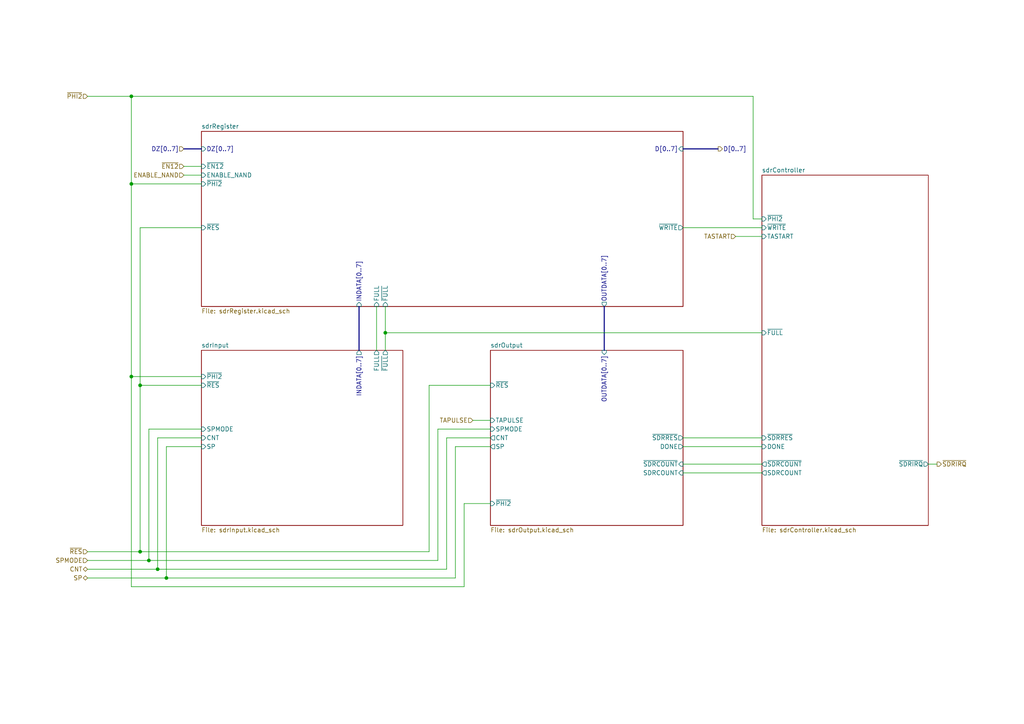
<source format=kicad_sch>
(kicad_sch (version 20211123) (generator eeschema)
  (paper "A4")
  (title_block (title "74HCT6526 Board 3") (date "2023-06-22") (rev "0.2.2") (company "Daniel Molina") (comment 1 "https://github.com/dmolinagarcia/74HCT6526"))
  (lib_symbols)
  (junction (at 43.18 162.56))
  (junction (at 111.76 96.52))
  (junction (at 48.26 167.64))
  (junction (at 40.64 111.76))
  (junction (at 38.1 109.22))
  (junction (at 45.72 165.1))
  (junction (at 40.64 160.02))
  (junction (at 38.1 53.34))
  (junction (at 38.1 27.94))
  (wire (pts (xy 111.76 96.52) (xy 111.76 101.6)))
  (wire (pts (xy 38.1 170.18) (xy 134.62 170.18)))
  (wire (pts (xy 134.62 146.05) (xy 142.24 146.05)))
  (wire (pts (xy 132.08 167.64) (xy 132.08 129.54)))
  (wire (pts (xy 25.4 27.94) (xy 38.1 27.94)))
  (wire (pts (xy 53.34 50.8) (xy 58.42 50.8)))
  (wire (pts (xy 137.16 121.92) (xy 142.24 121.92)))
  (wire (pts (xy 38.1 109.22) (xy 58.42 109.22)))
  (wire (pts (xy 111.76 96.52) (xy 220.98 96.52)))
  (wire (pts (xy 109.22 88.9) (xy 109.22 101.6)))
  (wire (pts (xy 269.24 134.62) (xy 271.78 134.62)))
  (wire (pts (xy 38.1 109.22) (xy 38.1 170.18)))
  (wire (pts (xy 25.4 165.1) (xy 45.72 165.1)))
  (bus (pts (xy 175.26 88.9) (xy 175.26 101.6)))
  (wire (pts (xy 129.54 165.1) (xy 129.54 127)))
  (wire (pts (xy 45.72 165.1) (xy 45.72 127)))
  (bus (pts (xy 53.34 43.18) (xy 58.42 43.18)))
  (wire (pts (xy 198.12 129.54) (xy 220.98 129.54)))
  (wire (pts (xy 40.64 111.76) (xy 40.64 66.04)))
  (wire (pts (xy 198.12 127) (xy 220.98 127)))
  (wire (pts (xy 38.1 27.94) (xy 218.44 27.94)))
  (wire (pts (xy 198.12 137.16) (xy 220.98 137.16)))
  (wire (pts (xy 198.12 66.04) (xy 220.98 66.04)))
  (wire (pts (xy 40.64 160.02) (xy 40.64 111.76)))
  (wire (pts (xy 38.1 53.34) (xy 58.42 53.34)))
  (wire (pts (xy 38.1 27.94) (xy 38.1 53.34)))
  (wire (pts (xy 43.18 162.56) (xy 43.18 124.46)))
  (wire (pts (xy 129.54 127) (xy 142.24 127)))
  (wire (pts (xy 45.72 127) (xy 58.42 127)))
  (wire (pts (xy 132.08 129.54) (xy 142.24 129.54)))
  (wire (pts (xy 25.4 160.02) (xy 40.64 160.02)))
  (wire (pts (xy 48.26 167.64) (xy 48.26 129.54)))
  (wire (pts (xy 213.36 68.58) (xy 220.98 68.58)))
  (wire (pts (xy 43.18 124.46) (xy 58.42 124.46)))
  (wire (pts (xy 25.4 167.64) (xy 48.26 167.64)))
  (wire (pts (xy 134.62 170.18) (xy 134.62 146.05)))
  (wire (pts (xy 25.4 162.56) (xy 43.18 162.56)))
  (wire (pts (xy 45.72 165.1) (xy 129.54 165.1)))
  (wire (pts (xy 198.12 134.62) (xy 220.98 134.62)))
  (wire (pts (xy 111.76 88.9) (xy 111.76 96.52)))
  (wire (pts (xy 124.46 160.02) (xy 124.46 111.76)))
  (wire (pts (xy 124.46 111.76) (xy 142.24 111.76)))
  (wire (pts (xy 40.64 160.02) (xy 124.46 160.02)))
  (wire (pts (xy 127 162.56) (xy 127 124.46)))
  (wire (pts (xy 40.64 66.04) (xy 58.42 66.04)))
  (bus (pts (xy 198.12 43.18) (xy 208.28 43.18)))
  (bus (pts (xy 104.14 88.9) (xy 104.14 101.6)))
  (wire (pts (xy 127 124.46) (xy 142.24 124.46)))
  (wire (pts (xy 40.64 111.76) (xy 58.42 111.76)))
  (wire (pts (xy 48.26 167.64) (xy 132.08 167.64)))
  (wire (pts (xy 38.1 109.22) (xy 38.1 53.34)))
  (wire (pts (xy 218.44 63.5) (xy 220.98 63.5)))
  (wire (pts (xy 218.44 27.94) (xy 218.44 63.5)))
  (wire (pts (xy 43.18 162.56) (xy 127 162.56)))
  (wire (pts (xy 53.34 48.26) (xy 58.42 48.26)))
  (wire (pts (xy 48.26 129.54) (xy 58.42 129.54)))
  (hierarchical_label "D[0..7]" (shape output) (at 208.28 43.18 0))
  (hierarchical_label "ENABLE_NAND" (shape input) (at 53.34 50.8 180))
  (hierarchical_label "CNT" (shape bidirectional) (at 25.4 165.1 180))
  (hierarchical_label "SPMODE" (shape input) (at 25.4 162.56 180))
  (hierarchical_label "DZ[0..7]" (shape input) (at 53.34 43.18 180))
  (hierarchical_label "~{EN12}" (shape input) (at 53.34 48.26 180))
  (hierarchical_label "~{SDRIRQ}" (shape output) (at 271.78 134.62 0))
  (hierarchical_label "~{RES}" (shape input) (at 25.4 160.02 180))
  (hierarchical_label "~{PHI2}" (shape input) (at 25.4 27.94 180))
  (hierarchical_label "SP" (shape bidirectional) (at 25.4 167.64 180))
  (hierarchical_label "TASTART" (shape input) (at 213.36 68.58 180))
  (hierarchical_label "TAPULSE" (shape input) (at 137.16 121.92 180))
  (sheet (at 220.98 50.8) (size 48.26 101.6) (stroke (width 0.1524))
    (property "Sheet name" "sdrController" (at 220.98 50.0884 0) (effects (justify left bottom)))
    (property "Sheet file" "sdrController.kicad_sch" (at 220.98 152.9846 0) (effects (justify left top)))
    (pin "~{WRITE}" input (at 220.98 66.04 180))
    (pin "TASTART" input (at 220.98 68.58 180))
    (pin "~{PHI2}" input (at 220.98 63.5 180))
    (pin "~{SDRRES}" input (at 220.98 127 180))
    (pin "DONE" input (at 220.98 129.54 180))
    (pin "SDRCOUNT" output (at 220.98 137.16 180))
    (pin "~{SDRCOUNT}" output (at 220.98 134.62 180))
    (pin "~{FULL}" input (at 220.98 96.52 180))
    (pin "~{SDRIRQ}" output (at 269.24 134.62 0))
  )
  (sheet (at 58.42 101.6) (size 58.42 50.8) (stroke (width 0.1524))
    (property "Sheet name" "sdrInput" (at 58.42 100.8884 0) (effects (justify left bottom)))
    (property "Sheet file" "sdrInput.kicad_sch" (at 58.42 152.9846 0) (effects (justify left top)))
    (pin "CNT" input (at 58.42 127 180))
    (pin "~{PHI2}" input (at 58.42 109.22 180))
    (pin "SP" input (at 58.42 129.54 180))
    (pin "~{RES}" input (at 58.42 111.76 180))
    (pin "SPMODE" input (at 58.42 124.46 180))
    (pin "FULL" output (at 109.22 101.6 90))
    (pin "~{FULL}" output (at 111.76 101.6 90))
    (pin "INDATA[0..7]" output (at 104.14 101.6 90))
  )
  (sheet (at 58.42 38.1) (size 139.7 50.8) (stroke (width 0.1524))
    (property "Sheet name" "sdrRegister" (at 58.42 37.3884 0) (effects (justify left bottom)))
    (property "Sheet file" "sdrRegister.kicad_sch" (at 58.42 89.4846 0) (effects (justify left top)))
    (pin "DZ[0..7]" input (at 58.42 43.18 180))
    (pin "~{RES}" input (at 58.42 66.04 180))
    (pin "~{EN12}" input (at 58.42 48.26 180))
    (pin "ENABLE_NAND" input (at 58.42 50.8 180))
    (pin "~{PHI2}" input (at 58.42 53.34 180))
    (pin "D[0..7]" input (at 198.12 43.18 0))
    (pin "~{WRITE}" output (at 198.12 66.04 0))
    (pin "INDATA[0..7]" input (at 104.14 88.9 270))
    (pin "OUTDATA[0..7]" output (at 175.26 88.9 270))
    (pin "FULL" input (at 109.22 88.9 270))
    (pin "~{FULL}" input (at 111.76 88.9 270))
  )
  (sheet (at 142.24 101.6) (size 55.88 50.8) (stroke (width 0.1524))
    (property "Sheet name" "sdrOutput" (at 142.24 100.8884 0) (effects (justify left bottom)))
    (property "Sheet file" "sdrOutput.kicad_sch" (at 142.24 152.9846 0) (effects (justify left top)))
    (pin "OUTDATA[0..7]" input (at 175.26 101.6 90))
    (pin "TAPULSE" input (at 142.24 121.92 180))
    (pin "SPMODE" input (at 142.24 124.46 180))
    (pin "SDRCOUNT" input (at 198.12 137.16 0))
    (pin "~{RES}" input (at 142.24 111.76 180))
    (pin "DONE" output (at 198.12 129.54 0))
    (pin "~{SDRRES}" output (at 198.12 127 0))
    (pin "SP" output (at 142.24 129.54 180))
    (pin "CNT" output (at 142.24 127 180))
    (pin "~{SDRCOUNT}" input (at 198.12 134.62 0))
    (pin "~{PHI2}" input (at 142.24 146.05 180))
  )
)
</source>
